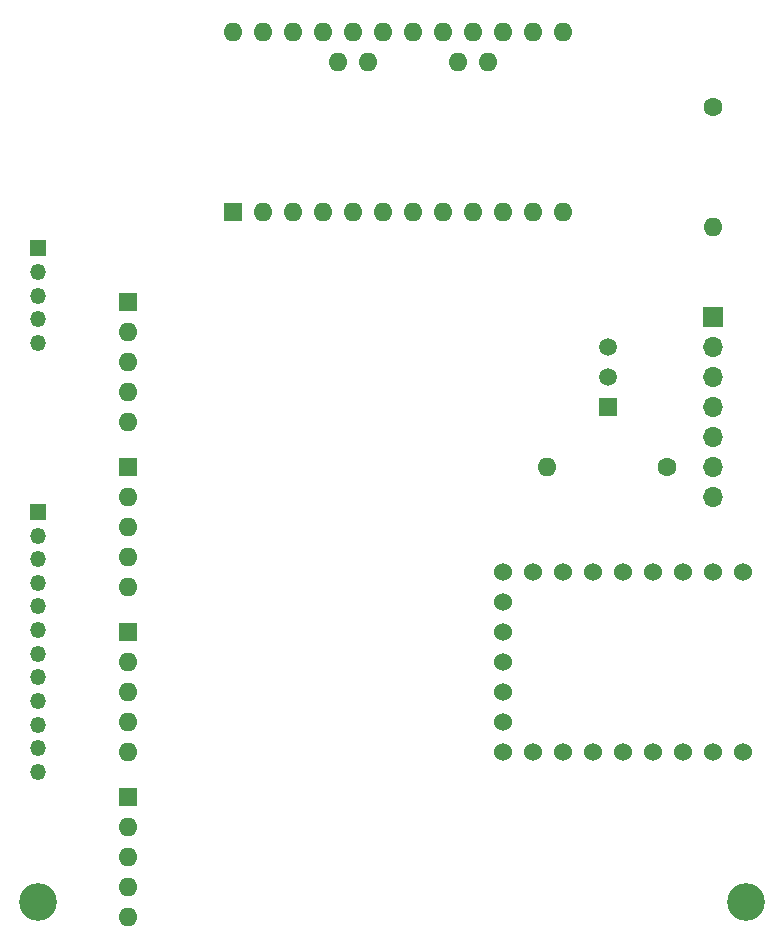
<source format=gbs>
G04 #@! TF.GenerationSoftware,KiCad,Pcbnew,(6.0.1)*
G04 #@! TF.CreationDate,2023-03-09T23:42:47+09:00*
G04 #@! TF.ProjectId,iidx_pcb,69696478-5f70-4636-922e-6b696361645f,rev?*
G04 #@! TF.SameCoordinates,Original*
G04 #@! TF.FileFunction,Soldermask,Bot*
G04 #@! TF.FilePolarity,Negative*
%FSLAX46Y46*%
G04 Gerber Fmt 4.6, Leading zero omitted, Abs format (unit mm)*
G04 Created by KiCad (PCBNEW (6.0.1)) date 2023-03-09 23:42:47*
%MOMM*%
%LPD*%
G01*
G04 APERTURE LIST*
%ADD10C,1.600000*%
%ADD11O,1.600000X1.600000*%
%ADD12R,1.600000X1.600000*%
%ADD13C,1.524000*%
%ADD14R,1.700000X1.700000*%
%ADD15O,1.700000X1.700000*%
%ADD16R,1.350000X1.350000*%
%ADD17O,1.350000X1.350000*%
%ADD18R,1.500000X1.500000*%
%ADD19C,1.500000*%
%ADD20C,3.200000*%
G04 APERTURE END LIST*
D10*
X107950000Y-80010000D03*
D11*
X107950000Y-90170000D03*
D12*
X58420000Y-110490000D03*
D11*
X58420000Y-113030000D03*
X58420000Y-115570000D03*
X58420000Y-118110000D03*
X58420000Y-120650000D03*
D13*
X110490000Y-134620000D03*
X107950000Y-134620000D03*
X105410000Y-134620000D03*
X102870000Y-134620000D03*
X100330000Y-134620000D03*
X97790000Y-134620000D03*
X95250000Y-134620000D03*
X92710000Y-134620000D03*
X90170000Y-134620000D03*
X90170000Y-132080000D03*
X90170000Y-129540000D03*
X90170000Y-127000000D03*
X90170000Y-124460000D03*
X90170000Y-121920000D03*
X90170000Y-119380000D03*
X92710000Y-119380000D03*
X95250000Y-119380000D03*
X97790000Y-119380000D03*
X100330000Y-119380000D03*
X102870000Y-119380000D03*
X105410000Y-119380000D03*
X107950000Y-119380000D03*
X110490000Y-119380000D03*
D14*
X107950000Y-97790000D03*
D15*
X107950000Y-100330000D03*
X107950000Y-102870000D03*
X107950000Y-105410000D03*
X107950000Y-107950000D03*
X107950000Y-110490000D03*
X107950000Y-113030000D03*
D12*
X58420000Y-138430000D03*
D11*
X58420000Y-140970000D03*
X58420000Y-143510000D03*
X58420000Y-146050000D03*
X58420000Y-148590000D03*
D12*
X58420000Y-96520000D03*
D11*
X58420000Y-99060000D03*
X58420000Y-101600000D03*
X58420000Y-104140000D03*
X58420000Y-106680000D03*
D16*
X50800000Y-91980000D03*
D17*
X50800000Y-93980000D03*
X50800000Y-95980000D03*
X50800000Y-97980000D03*
X50800000Y-99980000D03*
D18*
X99060000Y-105410000D03*
D19*
X99060000Y-102870000D03*
X99060000Y-100330000D03*
D16*
X50800000Y-114300000D03*
D17*
X50800000Y-116300000D03*
X50800000Y-118300000D03*
X50800000Y-120300000D03*
X50800000Y-122300000D03*
X50800000Y-124300000D03*
X50800000Y-126300000D03*
X50800000Y-128300000D03*
X50800000Y-130300000D03*
X50800000Y-132300000D03*
X50800000Y-134300000D03*
X50800000Y-136300000D03*
D10*
X104115000Y-110470000D03*
D11*
X93955000Y-110470000D03*
D20*
X110800000Y-147320000D03*
D12*
X58420000Y-124460000D03*
D11*
X58420000Y-127000000D03*
X58420000Y-129540000D03*
X58420000Y-132080000D03*
X58420000Y-134620000D03*
D20*
X50800000Y-147320000D03*
D12*
X67310000Y-88900000D03*
D11*
X69850000Y-88900000D03*
X72390000Y-88900000D03*
X74930000Y-88900000D03*
X77470000Y-88900000D03*
X80010000Y-88900000D03*
X82550000Y-88900000D03*
X85090000Y-88900000D03*
X87630000Y-88900000D03*
X90170000Y-88900000D03*
X92710000Y-88900000D03*
X95250000Y-88900000D03*
X95250000Y-73660000D03*
X92710000Y-73660000D03*
X90170000Y-73660000D03*
X87630000Y-73660000D03*
X85090000Y-73660000D03*
X82550000Y-73660000D03*
X80010000Y-73660000D03*
X77470000Y-73660000D03*
X74930000Y-73660000D03*
X72390000Y-73660000D03*
X69850000Y-73660000D03*
X67310000Y-73660000D03*
X78740000Y-76200000D03*
X76200000Y-76200000D03*
X88900000Y-76200000D03*
X86360000Y-76200000D03*
M02*

</source>
